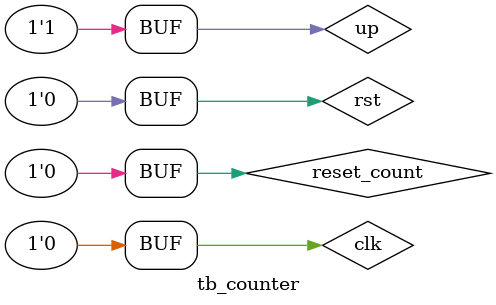
<source format=sv>
`timescale 1ns/10ps

module tb_counter ();
    
    localparam WIDTH = 5;

    logic clk, rst;

    logic reset_count, up;
    logic[WIDTH-1:0] out;
    
    counter 
    #(
        .WIDTH (WIDTH)
    )
    u_counter(
    	.clk         (clk         ),
        .rst         (rst         ),
        .reset_count (reset_count ),
        .up          (up          ),
        .out         (out         )
    );
    


    localparam PERIOD = 10;

    always 
    begin
        clk = 1'b1;
        #(PERIOD/2);

        clk = 1'b0;
        #(PERIOD/2);    
    end

    initial begin
        rst = 1'b1;

        up = 1'b0;
        reset_count = 1'b0;

        #(3.25*PERIOD);

        rst = 1'b0;

        #(2*PERIOD);

        up = 1'b1;
        
        #(3*PERIOD);

        up = 1'b0;

        #(2*PERIOD);

        reset_count = 1'b1;

        #(1*PERIOD);

        reset_count = 1'b0;
        up = 1'b1;
    end

endmodule
</source>
